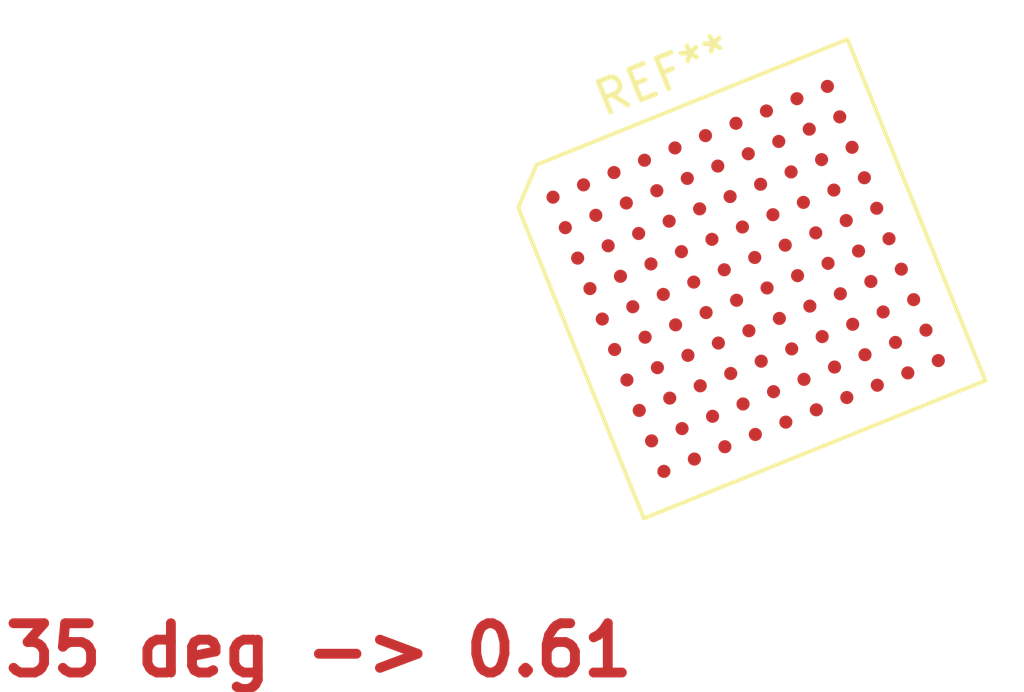
<source format=kicad_pcb>
(kicad_pcb (version 20221018) (generator pcbnew)
  (layers (0 "F.Cu" signal) (31 "B.Cu" signal) (34 "B.Paste" user) (35 "F.Paste" user) (36 "B.SilkS" user "B.Silkscreen") (37 "F.SilkS" user "F.Silkscreen") (38 "B.Mask" user) (39 "F.Mask" user) (44 "Edge.Cuts" user))
  (net 0 "")
  (footprint "Package_BGA:BGA-100_11.0x11.0mm_Layout10x10_P1.0mm_Ball0.5mm_Pad0.4mm_NSMD" (layer "F.Cu") (at 143.452907 114.693637 22)
    (fp_text reference "REF**" (at 0 -6.7 22) (layer "F.SilkS"))
    (fp_text value "BGA-100_11.0x11.0mm_Layout10x10_P1.0mm_Ball0.5mm_Pad0.4mm_NSMD" hide)
    (fp_line (start -5.6 -4.6) (end -5.6 5.6) (stroke (width 0.12)) (layer "F.SilkS"))
    (fp_line (start -5.6 5.6) (end 5.6 5.6) (stroke (width 0.12)) (layer "F.SilkS"))
    (fp_line (start -4.6 -5.6) (end -5.6 -4.6) (stroke (width 0.12)) (layer "F.SilkS"))
    (fp_line (start 5.6 -5.6) (end -4.6 -5.6) (stroke (width 0.12)) (layer "F.SilkS"))
    (fp_line (start 5.6 5.6) (end 5.6 -5.6) (stroke (width 0.12)) (layer "F.SilkS"))
    (pad "A1" smd circle (at -4.5 -4.5 22) (size 0.4 0.4) (layers "F.Cu" "F.Paste" "F.Mask"))
    (pad "A2" smd circle (at -3.5 -4.5 22) (size 0.4 0.4) (layers "F.Cu" "F.Paste" "F.Mask"))
    (pad "A3" smd circle (at -2.5 -4.5 22) (size 0.4 0.4) (layers "F.Cu" "F.Paste" "F.Mask"))
    (pad "A4" smd circle (at -1.5 -4.5 22) (size 0.4 0.4) (layers "F.Cu" "F.Paste" "F.Mask"))
    (pad "A5" smd circle (at -0.5 -4.5 22) (size 0.4 0.4) (layers "F.Cu" "F.Paste" "F.Mask"))
    (pad "A6" smd circle (at 0.5 -4.5 22) (size 0.4 0.4) (layers "F.Cu" "F.Paste" "F.Mask"))
    (pad "A7" smd circle (at 1.5 -4.5 22) (size 0.4 0.4) (layers "F.Cu" "F.Paste" "F.Mask"))
    (pad "A8" smd circle (at 2.5 -4.5 22) (size 0.4 0.4) (layers "F.Cu" "F.Paste" "F.Mask"))
    (pad "A9" smd circle (at 3.5 -4.5 22) (size 0.4 0.4) (layers "F.Cu" "F.Paste" "F.Mask"))
    (pad "A10" smd circle (at 4.5 -4.5 22) (size 0.4 0.4) (layers "F.Cu" "F.Paste" "F.Mask"))
    (pad "B1" smd circle (at -4.5 -3.5 22) (size 0.4 0.4) (layers "F.Cu" "F.Paste" "F.Mask"))
    (pad "B2" smd circle (at -3.5 -3.5 22) (size 0.4 0.4) (layers "F.Cu" "F.Paste" "F.Mask"))
    (pad "B3" smd circle (at -2.5 -3.5 22) (size 0.4 0.4) (layers "F.Cu" "F.Paste" "F.Mask"))
    (pad "B4" smd circle (at -1.5 -3.5 22) (size 0.4 0.4) (layers "F.Cu" "F.Paste" "F.Mask"))
    (pad "B5" smd circle (at -0.5 -3.5 22) (size 0.4 0.4) (layers "F.Cu" "F.Paste" "F.Mask"))
    (pad "B6" smd circle (at 0.5 -3.5 22) (size 0.4 0.4) (layers "F.Cu" "F.Paste" "F.Mask"))
    (pad "B7" smd circle (at 1.5 -3.5 22) (size 0.4 0.4) (layers "F.Cu" "F.Paste" "F.Mask"))
    (pad "B8" smd circle (at 2.5 -3.5 22) (size 0.4 0.4) (layers "F.Cu" "F.Paste" "F.Mask"))
    (pad "B9" smd circle (at 3.5 -3.5 22) (size 0.4 0.4) (layers "F.Cu" "F.Paste" "F.Mask"))
    (pad "B10" smd circle (at 4.5 -3.5 22) (size 0.4 0.4) (layers "F.Cu" "F.Paste" "F.Mask"))
    (pad "C1" smd circle (at -4.5 -2.5 22) (size 0.4 0.4) (layers "F.Cu" "F.Paste" "F.Mask"))
    (pad "C2" smd circle (at -3.5 -2.5 22) (size 0.4 0.4) (layers "F.Cu" "F.Paste" "F.Mask"))
    (pad "C3" smd circle (at -2.5 -2.5 22) (size 0.4 0.4) (layers "F.Cu" "F.Paste" "F.Mask"))
    (pad "C4" smd circle (at -1.5 -2.5 22) (size 0.4 0.4) (layers "F.Cu" "F.Paste" "F.Mask"))
    (pad "C5" smd circle (at -0.5 -2.5 22) (size 0.4 0.4) (layers "F.Cu" "F.Paste" "F.Mask"))
    (pad "C6" smd circle (at 0.5 -2.5 22) (size 0.4 0.4) (layers "F.Cu" "F.Paste" "F.Mask"))
    (pad "C7" smd circle (at 1.5 -2.5 22) (size 0.4 0.4) (layers "F.Cu" "F.Paste" "F.Mask"))
    (pad "C8" smd circle (at 2.5 -2.5 22) (size 0.4 0.4) (layers "F.Cu" "F.Paste" "F.Mask"))
    (pad "C9" smd circle (at 3.5 -2.5 22) (size 0.4 0.4) (layers "F.Cu" "F.Paste" "F.Mask"))
    (pad "C10" smd circle (at 4.5 -2.5 22) (size 0.4 0.4) (layers "F.Cu" "F.Paste" "F.Mask"))
    (pad "D1" smd circle (at -4.5 -1.5 22) (size 0.4 0.4) (layers "F.Cu" "F.Paste" "F.Mask"))
    (pad "D2" smd circle (at -3.5 -1.5 22) (size 0.4 0.4) (layers "F.Cu" "F.Paste" "F.Mask"))
    (pad "D3" smd circle (at -2.5 -1.5 22) (size 0.4 0.4) (layers "F.Cu" "F.Paste" "F.Mask"))
    (pad "D4" smd circle (at -1.5 -1.5 22) (size 0.4 0.4) (layers "F.Cu" "F.Paste" "F.Mask"))
    (pad "D5" smd circle (at -0.5 -1.5 22) (size 0.4 0.4) (layers "F.Cu" "F.Paste" "F.Mask"))
    (pad "D6" smd circle (at 0.5 -1.5 22) (size 0.4 0.4) (layers "F.Cu" "F.Paste" "F.Mask"))
    (pad "D7" smd circle (at 1.5 -1.5 22) (size 0.4 0.4) (layers "F.Cu" "F.Paste" "F.Mask"))
    (pad "D8" smd circle (at 2.5 -1.5 22) (size 0.4 0.4) (layers "F.Cu" "F.Paste" "F.Mask"))
    (pad "D9" smd circle (at 3.5 -1.5 22) (size 0.4 0.4) (layers "F.Cu" "F.Paste" "F.Mask"))
    (pad "D10" smd circle (at 4.5 -1.5 22) (size 0.4 0.4) (layers "F.Cu" "F.Paste" "F.Mask"))
    (pad "E1" smd circle (at -4.5 -0.5 22) (size 0.4 0.4) (layers "F.Cu" "F.Paste" "F.Mask"))
    (pad "E2" smd circle (at -3.5 -0.5 22) (size 0.4 0.4) (layers "F.Cu" "F.Paste" "F.Mask"))
    (pad "E3" smd circle (at -2.5 -0.5 22) (size 0.4 0.4) (layers "F.Cu" "F.Paste" "F.Mask"))
    (pad "E4" smd circle (at -1.5 -0.5 22) (size 0.4 0.4) (layers "F.Cu" "F.Paste" "F.Mask"))
    (pad "E5" smd circle (at -0.5 -0.5 22) (size 0.4 0.4) (layers "F.Cu" "F.Paste" "F.Mask"))
    (pad "E6" smd circle (at 0.5 -0.5 22) (size 0.4 0.4) (layers "F.Cu" "F.Paste" "F.Mask"))
    (pad "E7" smd circle (at 1.5 -0.5 22) (size 0.4 0.4) (layers "F.Cu" "F.Paste" "F.Mask"))
    (pad "E8" smd circle (at 2.5 -0.5 22) (size 0.4 0.4) (layers "F.Cu" "F.Paste" "F.Mask"))
    (pad "E9" smd circle (at 3.5 -0.5 22) (size 0.4 0.4) (layers "F.Cu" "F.Paste" "F.Mask"))
    (pad "E10" smd circle (at 4.5 -0.5 22) (size 0.4 0.4) (layers "F.Cu" "F.Paste" "F.Mask"))
    (pad "F1" smd circle (at -4.5 0.5 22) (size 0.4 0.4) (layers "F.Cu" "F.Paste" "F.Mask"))
    (pad "F2" smd circle (at -3.5 0.5 22) (size 0.4 0.4) (layers "F.Cu" "F.Paste" "F.Mask"))
    (pad "F3" smd circle (at -2.5 0.5 22) (size 0.4 0.4) (layers "F.Cu" "F.Paste" "F.Mask"))
    (pad "F4" smd circle (at -1.5 0.5 22) (size 0.4 0.4) (layers "F.Cu" "F.Paste" "F.Mask"))
    (pad "F5" smd circle (at -0.5 0.5 22) (size 0.4 0.4) (layers "F.Cu" "F.Paste" "F.Mask"))
    (pad "F6" smd circle (at 0.5 0.5 22) (size 0.4 0.4) (layers "F.Cu" "F.Paste" "F.Mask"))
    (pad "F7" smd circle (at 1.5 0.5 22) (size 0.4 0.4) (layers "F.Cu" "F.Paste" "F.Mask"))
    (pad "F8" smd circle (at 2.5 0.5 22) (size 0.4 0.4) (layers "F.Cu" "F.Paste" "F.Mask"))
    (pad "F9" smd circle (at 3.5 0.5 22) (size 0.4 0.4) (layers "F.Cu" "F.Paste" "F.Mask"))
    (pad "F10" smd circle (at 4.5 0.5 22) (size 0.4 0.4) (layers "F.Cu" "F.Paste" "F.Mask"))
    (pad "G1" smd circle (at -4.5 1.5 22) (size 0.4 0.4) (layers "F.Cu" "F.Paste" "F.Mask"))
    (pad "G2" smd circle (at -3.5 1.5 22) (size 0.4 0.4) (layers "F.Cu" "F.Paste" "F.Mask"))
    (pad "G3" smd circle (at -2.5 1.5 22) (size 0.4 0.4) (layers "F.Cu" "F.Paste" "F.Mask"))
    (pad "G4" smd circle (at -1.5 1.5 22) (size 0.4 0.4) (layers "F.Cu" "F.Paste" "F.Mask"))
    (pad "G5" smd circle (at -0.5 1.5 22) (size 0.4 0.4) (layers "F.Cu" "F.Paste" "F.Mask"))
    (pad "G6" smd circle (at 0.5 1.5 22) (size 0.4 0.4) (layers "F.Cu" "F.Paste" "F.Mask"))
    (pad "G7" smd circle (at 1.5 1.5 22) (size 0.4 0.4) (layers "F.Cu" "F.Paste" "F.Mask"))
    (pad "G8" smd circle (at 2.5 1.5 22) (size 0.4 0.4) (layers "F.Cu" "F.Paste" "F.Mask"))
    (pad "G9" smd circle (at 3.5 1.5 22) (size 0.4 0.4) (layers "F.Cu" "F.Paste" "F.Mask"))
    (pad "G10" smd circle (at 4.5 1.5 22) (size 0.4 0.4) (layers "F.Cu" "F.Paste" "F.Mask"))
    (pad "H1" smd circle (at -4.5 2.5 22) (size 0.4 0.4) (layers "F.Cu" "F.Paste" "F.Mask"))
    (pad "H2" smd circle (at -3.5 2.5 22) (size 0.4 0.4) (layers "F.Cu" "F.Paste" "F.Mask"))
    (pad "H3" smd circle (at -2.5 2.5 22) (size 0.4 0.4) (layers "F.Cu" "F.Paste" "F.Mask"))
    (pad "H4" smd circle (at -1.5 2.5 22) (size 0.4 0.4) (layers "F.Cu" "F.Paste" "F.Mask"))
    (pad "H5" smd circle (at -0.5 2.5 22) (size 0.4 0.4) (layers "F.Cu" "F.Paste" "F.Mask"))
    (pad "H6" smd circle (at 0.5 2.5 22) (size 0.4 0.4) (layers "F.Cu" "F.Paste" "F.Mask"))
    (pad "H7" smd circle (at 1.5 2.5 22) (size 0.4 0.4) (layers "F.Cu" "F.Paste" "F.Mask"))
    (pad "H8" smd circle (at 2.5 2.5 22) (size 0.4 0.4) (layers "F.Cu" "F.Paste" "F.Mask"))
    (pad "H9" smd circle (at 3.5 2.5 22) (size 0.4 0.4) (layers "F.Cu" "F.Paste" "F.Mask"))
    (pad "H10" smd circle (at 4.5 2.5 22) (size 0.4 0.4) (layers "F.Cu" "F.Paste" "F.Mask"))
    (pad "J1" smd circle (at -4.5 3.5 22) (size 0.4 0.4) (layers "F.Cu" "F.Paste" "F.Mask"))
    (pad "J2" smd circle (at -3.5 3.5 22) (size 0.4 0.4) (layers "F.Cu" "F.Paste" "F.Mask"))
    (pad "J3" smd circle (at -2.5 3.5 22) (size 0.4 0.4) (layers "F.Cu" "F.Paste" "F.Mask"))
    (pad "J4" smd circle (at -1.5 3.5 22) (size 0.4 0.4) (layers "F.Cu" "F.Paste" "F.Mask"))
    (pad "J5" smd circle (at -0.5 3.5 22) (size 0.4 0.4) (layers "F.Cu" "F.Paste" "F.Mask"))
    (pad "J6" smd circle (at 0.5 3.5 22) (size 0.4 0.4) (layers "F.Cu" "F.Paste" "F.Mask"))
    (pad "J7" smd circle (at 1.5 3.5 22) (size 0.4 0.4) (layers "F.Cu" "F.Paste" "F.Mask"))
    (pad "J8" smd circle (at 2.5 3.5 22) (size 0.4 0.4) (layers "F.Cu" "F.Paste" "F.Mask"))
    (pad "J9" smd circle (at 3.5 3.5 22) (size 0.4 0.4) (layers "F.Cu" "F.Paste" "F.Mask"))
    (pad "J10" smd circle (at 4.5 3.5 22) (size 0.4 0.4) (layers "F.Cu" "F.Paste" "F.Mask"))
    (pad "K1" smd circle (at -4.5 4.5 22) (size 0.4 0.4) (layers "F.Cu" "F.Paste" "F.Mask"))
    (pad "K2" smd circle (at -3.5 4.5 22) (size 0.4 0.4) (layers "F.Cu" "F.Paste" "F.Mask"))
    (pad "K3" smd circle (at -2.5 4.5 22) (size 0.4 0.4) (layers "F.Cu" "F.Paste" "F.Mask"))
    (pad "K4" smd circle (at -1.5 4.5 22) (size 0.4 0.4) (layers "F.Cu" "F.Paste" "F.Mask"))
    (pad "K5" smd circle (at -0.5 4.5 22) (size 0.4 0.4) (layers "F.Cu" "F.Paste" "F.Mask"))
    (pad "K6" smd circle (at 0.5 4.5 22) (size 0.4 0.4) (layers "F.Cu" "F.Paste" "F.Mask"))
    (pad "K7" smd circle (at 1.5 4.5 22) (size 0.4 0.4) (layers "F.Cu" "F.Paste" "F.Mask"))
    (pad "K8" smd circle (at 2.5 4.5 22) (size 0.4 0.4) (layers "F.Cu" "F.Paste" "F.Mask"))
    (pad "K9" smd circle (at 3.5 4.5 22) (size 0.4 0.4) (layers "F.Cu" "F.Paste" "F.Mask"))
    (pad "K10" smd circle (at 4.5 4.5 22) (size 0.4 0.4) (layers "F.Cu" "F.Paste" "F.Mask"))
  )
  (gr_text "35 deg -> 0.61\n" (at 120.777 126.873) (layer "F.Cu") (effects (font (size 1.5 1.5) (thickness 0.3) bold) (justify left bottom)))
)
</source>
